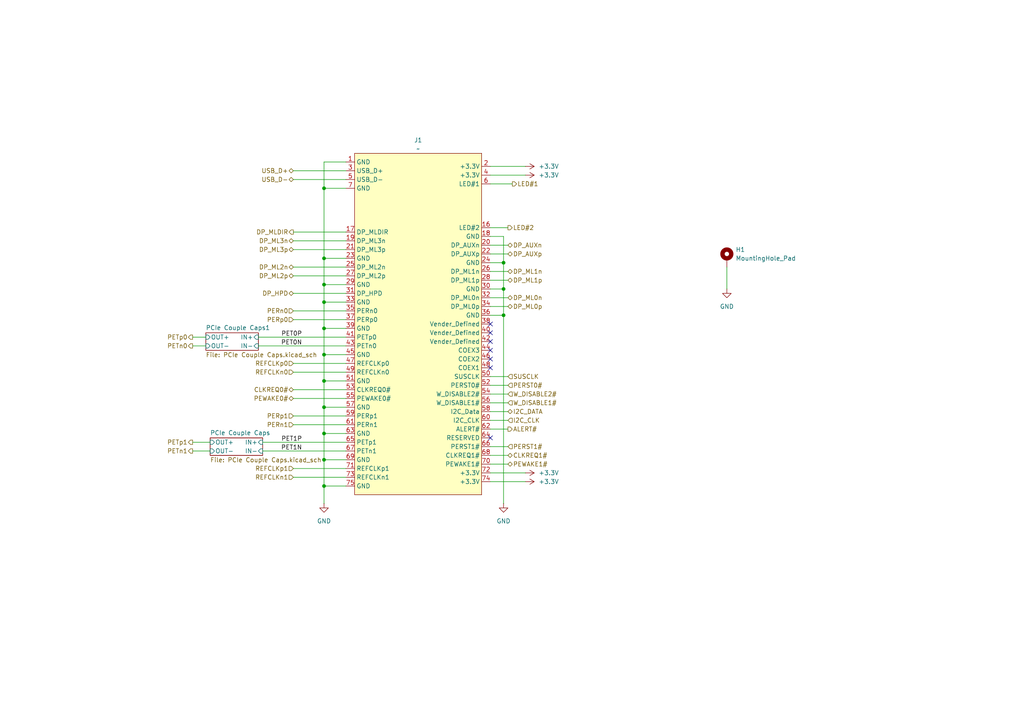
<source format=kicad_sch>
(kicad_sch (version 20250114) (generator "eeschema") (generator_version "9.0")
  (paper "A4")
  (lib_symbols
    (symbol "Mechanical:MountingHole_Pad" (pin_numbers (hide yes)) (pin_names (offset 1.016) (hide yes)) (in_bom no)
      (property "Reference" "H" (at 0 6.35 0))
      (property "Value" "MountingHole_Pad" (at 0 4.445 0))
      (symbol "MountingHole_Pad_0_1"
        (circle (center 0 1.27) (radius 1.27) (stroke (width 1.27)))
      )
      (symbol "MountingHole_Pad_1_1"
        (pin input line (at 0 -2.54 90) (length 2.54) (name "1") (number "1"))
      )
    )
    (symbol "PCIexpress:M.2_A_Key"
      (property "Reference" "J" (at 0 0 0))
      (symbol "M.2_A_Key_0_1"
        (rectangle (start -17.78 -5.08) (end 19.05 -104.14) (fill (type background)))
      )
      (symbol "M.2_A_Key_1_1"
        (pin power_in line (at -20.32 -7.62 0) (length 2.54) (name "GND") (number "1"))
        (pin bidirectional line (at -20.32 -10.16 0) (length 2.54) (name "USB_D+") (number "3"))
        (pin bidirectional line (at -20.32 -12.7 0) (length 2.54) (name "USB_D-") (number "5"))
        (pin power_in line (at -20.32 -15.24 0) (length 2.54) (name "GND") (number "7"))
        (pin output line (at -20.32 -27.94 0) (length 2.54) (name "DP_MLDIR") (number "17"))
        (pin bidirectional line (at -20.32 -30.48 0) (length 2.54) (name "DP_ML3n") (number "19"))
        (pin bidirectional line (at -20.32 -33.02 0) (length 2.54) (name "DP_ML3p") (number "21"))
        (pin power_in line (at -20.32 -35.56 0) (length 2.54) (name "GND") (number "23"))
        (pin bidirectional line (at -20.32 -38.1 0) (length 2.54) (name "DP_ML2n") (number "25"))
        (pin bidirectional line (at -20.32 -40.64 0) (length 2.54) (name "DP_ML2p") (number "27"))
        (pin power_in line (at -20.32 -43.18 0) (length 2.54) (name "GND") (number "29"))
        (pin bidirectional line (at -20.32 -45.72 0) (length 2.54) (name "DP_HPD") (number "31"))
        (pin power_in line (at -20.32 -48.26 0) (length 2.54) (name "GND") (number "33"))
        (pin input line (at -20.32 -50.8 0) (length 2.54) (name "PERn0") (number "35"))
        (pin input line (at -20.32 -53.34 0) (length 2.54) (name "PERp0") (number "37"))
        (pin power_in line (at -20.32 -55.88 0) (length 2.54) (name "GND") (number "39"))
        (pin output line (at -20.32 -58.42 0) (length 2.54) (name "PETp0") (number "41"))
        (pin output line (at -20.32 -60.96 0) (length 2.54) (name "PETn0") (number "43"))
        (pin power_in line (at -20.32 -63.5 0) (length 2.54) (name "GND") (number "45"))
        (pin input line (at -20.32 -66.04 0) (length 2.54) (name "REFCLKp0") (number "47"))
        (pin input line (at -20.32 -68.58 0) (length 2.54) (name "REFCLKn0") (number "49"))
        (pin power_in line (at -20.32 -71.12 0) (length 2.54) (name "GND") (number "51"))
        (pin bidirectional line (at -20.32 -73.66 0) (length 2.54) (name "CLKREQ0#") (number "53"))
        (pin bidirectional line (at -20.32 -76.2 0) (length 2.54) (name "PEWAKE0#") (number "55"))
        (pin power_in line (at -20.32 -78.74 0) (length 2.54) (name "GND") (number "57"))
        (pin input line (at -20.32 -81.28 0) (length 2.54) (name "PERp1") (number "59"))
        (pin input line (at -20.32 -83.82 0) (length 2.54) (name "PERn1") (number "61"))
        (pin power_in line (at -20.32 -86.36 0) (length 2.54) (name "GND") (number "63"))
        (pin output line (at -20.32 -88.9 0) (length 2.54) (name "PETp1") (number "65"))
        (pin output line (at -20.32 -91.44 0) (length 2.54) (name "PETn1") (number "67"))
        (pin passive line (at -20.32 -93.98 0) (length 2.54) (name "GND") (number "69"))
        (pin input line (at -20.32 -96.52 0) (length 2.54) (name "REFCLKp1") (number "71"))
        (pin input line (at -20.32 -99.06 0) (length 2.54) (name "REFCLKn1") (number "73"))
        (pin power_in line (at -20.32 -101.6 0) (length 2.54) (name "GND") (number "75"))
        (pin power_in line (at 21.59 -8.89 180) (length 2.54) (name "+3.3V") (number "2"))
        (pin power_in line (at 21.59 -11.43 180) (length 2.54) (name "+3.3V") (number "4"))
        (pin output line (at 21.59 -13.97 180) (length 2.54) (name "LED#1") (number "6"))
        (pin output line (at 21.59 -26.67 180) (length 2.54) (name "LED#2") (number "16"))
        (pin power_in line (at 21.59 -29.21 180) (length 2.54) (name "GND") (number "18"))
        (pin bidirectional line (at 21.59 -31.75 180) (length 2.54) (name "DP_AUXn") (number "20"))
        (pin bidirectional line (at 21.59 -34.29 180) (length 2.54) (name "DP_AUXp") (number "22"))
        (pin power_in line (at 21.59 -36.83 180) (length 2.54) (name "GND") (number "24"))
        (pin bidirectional line (at 21.59 -39.37 180) (length 2.54) (name "DP_ML1n") (number "26"))
        (pin bidirectional line (at 21.59 -41.91 180) (length 2.54) (name "DP_ML1p") (number "28"))
        (pin power_in line (at 21.59 -44.45 180) (length 2.54) (name "GND") (number "30"))
        (pin bidirectional line (at 21.59 -46.99 180) (length 2.54) (name "DP_ML0n") (number "32"))
        (pin bidirectional line (at 21.59 -49.53 180) (length 2.54) (name "DP_ML0p") (number "34"))
        (pin power_in line (at 21.59 -52.07 180) (length 2.54) (name "GND") (number "36"))
        (pin unspecified line (at 21.59 -54.61 180) (length 2.54) (name "Vender_Defined") (number "38"))
        (pin unspecified line (at 21.59 -57.15 180) (length 2.54) (name "Vender_Defined") (number "40"))
        (pin unspecified line (at 21.59 -59.69 180) (length 2.54) (name "Vender_Defined") (number "42"))
        (pin bidirectional line (at 21.59 -62.23 180) (length 2.54) (name "COEX3") (number "44"))
        (pin bidirectional line (at 21.59 -64.77 180) (length 2.54) (name "COEX2") (number "46"))
        (pin bidirectional line (at 21.59 -67.31 180) (length 2.54) (name "COEX1") (number "48"))
        (pin input line (at 21.59 -69.85 180) (length 2.54) (name "SUSCLK") (number "50"))
        (pin input line (at 21.59 -72.39 180) (length 2.54) (name "PERST0#") (number "52"))
        (pin input line (at 21.59 -74.93 180) (length 2.54) (name "W_DISABLE2#") (number "54"))
        (pin input line (at 21.59 -77.47 180) (length 2.54) (name "W_DISABLE1#") (number "56"))
        (pin bidirectional line (at 21.59 -80.01 180) (length 2.54) (name "I2C_Data") (number "58"))
        (pin input line (at 21.59 -82.55 180) (length 2.54) (name "I2C_CLK") (number "60"))
        (pin output line (at 21.59 -85.09 180) (length 2.54) (name "ALERT#") (number "62"))
        (pin unspecified line (at 21.59 -87.63 180) (length 2.54) (name "RESERVED") (number "64"))
        (pin input line (at 21.59 -90.17 180) (length 2.54) (name "PERST1#") (number "66"))
        (pin bidirectional line (at 21.59 -92.71 180) (length 2.54) (name "CLKREQ1#") (number "68"))
        (pin bidirectional line (at 21.59 -95.25 180) (length 2.54) (name "PEWAKE1#") (number "70"))
        (pin power_in line (at 21.59 -97.79 180) (length 2.54) (name "+3.3V") (number "72"))
        (pin power_in line (at 21.59 -100.33 180) (length 2.54) (name "+3.3V") (number "74"))
      )
    )
    (symbol "power:+3.3V" (power) (pin_numbers (hide yes)) (pin_names (offset 0) (hide yes))
      (property "Value" "+3.3V" (at 0 3.556 0))
      (symbol "+3.3V_0_1"
        (polyline (pts (xy -0.762 1.27) (xy 0 2.54)))
        (polyline (pts (xy 0 2.54) (xy 0.762 1.27)))
        (polyline (pts (xy 0 0) (xy 0 2.54)))
      )
      (symbol "+3.3V_1_1"
        (pin power_in line (at 0 0 90) (length 0) (name "~") (number "1"))
      )
    )
    (symbol "power:GND" (power) (pin_numbers (hide yes)) (pin_names (offset 0) (hide yes))
      (property "Value" "GND" (at 0 -3.81 0))
      (symbol "GND_0_1"
        (polyline (pts (xy 0 0) (xy 0 -1.27) (xy 1.27 -1.27) (xy 0 -2.54) (xy -1.27 -1.27) (xy 0 -1.27)))
      )
      (symbol "GND_1_1"
        (pin power_in line (at 0 0 270) (length 0) (name "~") (number "1"))
      )
    )
  )
  (junction (at 93.98 102.87))
  (junction (at 93.98 110.49))
  (junction (at 146.05 91.44))
  (junction (at 93.98 74.93))
  (junction (at 93.98 87.63))
  (junction (at 146.05 83.82))
  (junction (at 93.98 140.97))
  (junction (at 93.98 54.61))
  (junction (at 93.98 118.11))
  (junction (at 93.98 95.25))
  (junction (at 93.98 125.73))
  (junction (at 93.98 82.55))
  (junction (at 146.05 76.2))
  (junction (at 93.98 133.35))
  (no_connect (at 142.24 101.6))
  (no_connect (at 142.24 127))
  (no_connect (at 142.24 104.14))
  (no_connect (at 142.24 106.68))
  (no_connect (at 142.24 96.52))
  (no_connect (at 142.24 99.06))
  (no_connect (at 142.24 93.98))
  (wire (pts (xy 142.24 86.36) (xy 147.32 86.36)))
  (wire (pts (xy 93.98 118.11) (xy 93.98 125.73)))
  (wire (pts (xy 146.05 83.82) (xy 146.05 91.44)))
  (wire (pts (xy 76.2 128.27) (xy 100.33 128.27)))
  (wire (pts (xy 93.98 133.35) (xy 93.98 140.97)))
  (wire (pts (xy 93.98 110.49) (xy 93.98 118.11)))
  (wire (pts (xy 93.98 54.61) (xy 93.98 74.93)))
  (wire (pts (xy 74.93 100.33) (xy 100.33 100.33)))
  (wire (pts (xy 210.82 77.47) (xy 210.82 83.82)))
  (wire (pts (xy 142.24 48.26) (xy 152.4 48.26)))
  (wire (pts (xy 142.24 71.12) (xy 147.32 71.12)))
  (wire (pts (xy 85.09 120.65) (xy 100.33 120.65)))
  (wire (pts (xy 100.33 140.97) (xy 93.98 140.97)))
  (wire (pts (xy 142.24 111.76) (xy 147.32 111.76)))
  (wire (pts (xy 142.24 66.04) (xy 147.32 66.04)))
  (wire (pts (xy 93.98 102.87) (xy 93.98 110.49)))
  (wire (pts (xy 85.09 90.17) (xy 100.33 90.17)))
  (wire (pts (xy 100.33 46.99) (xy 93.98 46.99)))
  (wire (pts (xy 142.24 119.38) (xy 147.32 119.38)))
  (wire (pts (xy 100.33 82.55) (xy 93.98 82.55)))
  (wire (pts (xy 142.24 76.2) (xy 146.05 76.2)))
  (wire (pts (xy 93.98 74.93) (xy 93.98 82.55)))
  (wire (pts (xy 100.33 74.93) (xy 93.98 74.93)))
  (wire (pts (xy 85.09 49.53) (xy 100.33 49.53)))
  (wire (pts (xy 74.93 97.79) (xy 100.33 97.79)))
  (wire (pts (xy 93.98 46.99) (xy 93.98 54.61)))
  (wire (pts (xy 142.24 68.58) (xy 146.05 68.58)))
  (wire (pts (xy 100.33 110.49) (xy 93.98 110.49)))
  (wire (pts (xy 100.33 118.11) (xy 93.98 118.11)))
  (wire (pts (xy 85.09 52.07) (xy 100.33 52.07)))
  (wire (pts (xy 100.33 125.73) (xy 93.98 125.73)))
  (wire (pts (xy 142.24 91.44) (xy 146.05 91.44)))
  (wire (pts (xy 142.24 81.28) (xy 147.32 81.28)))
  (wire (pts (xy 55.88 100.33) (xy 59.69 100.33)))
  (wire (pts (xy 142.24 121.92) (xy 147.32 121.92)))
  (wire (pts (xy 100.33 54.61) (xy 93.98 54.61)))
  (wire (pts (xy 85.09 80.01) (xy 100.33 80.01)))
  (wire (pts (xy 55.88 128.27) (xy 60.96 128.27)))
  (wire (pts (xy 142.24 114.3) (xy 147.32 114.3)))
  (wire (pts (xy 55.88 97.79) (xy 59.69 97.79)))
  (wire (pts (xy 142.24 53.34) (xy 148.59 53.34)))
  (wire (pts (xy 85.09 77.47) (xy 100.33 77.47)))
  (wire (pts (xy 93.98 82.55) (xy 93.98 87.63)))
  (wire (pts (xy 100.33 87.63) (xy 93.98 87.63)))
  (wire (pts (xy 142.24 132.08) (xy 147.32 132.08)))
  (wire (pts (xy 85.09 92.71) (xy 100.33 92.71)))
  (wire (pts (xy 142.24 78.74) (xy 147.32 78.74)))
  (wire (pts (xy 142.24 83.82) (xy 146.05 83.82)))
  (wire (pts (xy 142.24 124.46) (xy 147.32 124.46)))
  (wire (pts (xy 142.24 50.8) (xy 152.4 50.8)))
  (wire (pts (xy 146.05 91.44) (xy 146.05 146.05)))
  (wire (pts (xy 85.09 105.41) (xy 100.33 105.41)))
  (wire (pts (xy 142.24 109.22) (xy 147.32 109.22)))
  (wire (pts (xy 93.98 87.63) (xy 93.98 95.25)))
  (wire (pts (xy 142.24 134.62) (xy 147.32 134.62)))
  (wire (pts (xy 85.09 113.03) (xy 100.33 113.03)))
  (wire (pts (xy 142.24 137.16) (xy 152.4 137.16)))
  (wire (pts (xy 55.88 130.81) (xy 60.96 130.81)))
  (wire (pts (xy 146.05 76.2) (xy 146.05 83.82)))
  (wire (pts (xy 85.09 67.31) (xy 100.33 67.31)))
  (wire (pts (xy 142.24 73.66) (xy 147.32 73.66)))
  (wire (pts (xy 85.09 69.85) (xy 100.33 69.85)))
  (wire (pts (xy 85.09 85.09) (xy 100.33 85.09)))
  (wire (pts (xy 142.24 116.84) (xy 147.32 116.84)))
  (wire (pts (xy 93.98 95.25) (xy 93.98 102.87)))
  (wire (pts (xy 85.09 115.57) (xy 100.33 115.57)))
  (wire (pts (xy 100.33 102.87) (xy 93.98 102.87)))
  (wire (pts (xy 100.33 133.35) (xy 93.98 133.35)))
  (wire (pts (xy 142.24 139.7) (xy 152.4 139.7)))
  (wire (pts (xy 85.09 135.89) (xy 100.33 135.89)))
  (wire (pts (xy 85.09 138.43) (xy 100.33 138.43)))
  (wire (pts (xy 85.09 123.19) (xy 100.33 123.19)))
  (wire (pts (xy 142.24 129.54) (xy 147.32 129.54)))
  (wire (pts (xy 76.2 130.81) (xy 100.33 130.81)))
  (wire (pts (xy 93.98 125.73) (xy 93.98 133.35)))
  (wire (pts (xy 100.33 95.25) (xy 93.98 95.25)))
  (wire (pts (xy 85.09 72.39) (xy 100.33 72.39)))
  (wire (pts (xy 142.24 88.9) (xy 147.32 88.9)))
  (wire (pts (xy 85.09 107.95) (xy 100.33 107.95)))
  (wire (pts (xy 93.98 140.97) (xy 93.98 146.05)))
  (wire (pts (xy 146.05 68.58) (xy 146.05 76.2)))
  (label "PET0P" (at 87.63 97.79 180))
  (label "PET1N" (at 87.63 130.81 180))
  (label "PET0N" (at 87.63 100.33 180))
  (label "PET1P" (at 87.63 128.27 180))
  (hierarchical_label "USB_D-" (shape bidirectional) (at 85.09 52.07 180))
  (hierarchical_label "LED#2" (shape output) (at 147.32 66.04 0))
  (hierarchical_label "PERST1#" (shape input) (at 147.32 129.54 0))
  (hierarchical_label "DP_AUXn" (shape bidirectional) (at 147.32 71.12 0))
  (hierarchical_label "PEWAKE1#" (shape bidirectional) (at 147.32 134.62 0))
  (hierarchical_label "CLKREQ1#" (shape bidirectional) (at 147.32 132.08 0))
  (hierarchical_label "REFCLKn0" (shape input) (at 85.09 107.95 180))
  (hierarchical_label "PETn1" (shape output) (at 55.88 130.81 180))
  (hierarchical_label "REFCLKn1" (shape input) (at 85.09 138.43 180))
  (hierarchical_label "DP_ML1p" (shape bidirectional) (at 147.32 81.28 0))
  (hierarchical_label "REFCLKp0" (shape input) (at 85.09 105.41 180))
  (hierarchical_label "PERp1" (shape input) (at 85.09 120.65 180))
  (hierarchical_label "SUSCLK" (shape input) (at 147.32 109.22 0))
  (hierarchical_label "USB_D+" (shape bidirectional) (at 85.09 49.53 180))
  (hierarchical_label "DP_ML0p" (shape bidirectional) (at 147.32 88.9 0))
  (hierarchical_label "PEWAKE0#" (shape bidirectional) (at 85.09 115.57 180))
  (hierarchical_label "DP_ML0n" (shape bidirectional) (at 147.32 86.36 0))
  (hierarchical_label "PERn1" (shape input) (at 85.09 123.19 180))
  (hierarchical_label "DP_MLDIR" (shape output) (at 85.09 67.31 180))
  (hierarchical_label "LED#1" (shape output) (at 148.59 53.34 0))
  (hierarchical_label "DP_ML3p" (shape bidirectional) (at 85.09 72.39 180))
  (hierarchical_label "DP_ML3n" (shape bidirectional) (at 85.09 69.85 180))
  (hierarchical_label "DP_ML2p" (shape bidirectional) (at 85.09 80.01 180))
  (hierarchical_label "PERp0" (shape input) (at 85.09 92.71 180))
  (hierarchical_label "W_DISABLE2#" (shape input) (at 147.32 114.3 0))
  (hierarchical_label "PETp1" (shape output) (at 55.88 128.27 180))
  (hierarchical_label "DP_ML1n" (shape bidirectional) (at 147.32 78.74 0))
  (hierarchical_label "PETp0" (shape output) (at 55.88 97.79 180))
  (hierarchical_label "W_DISABLE1#" (shape input) (at 147.32 116.84 0))
  (hierarchical_label "REFCLKp1" (shape input) (at 85.09 135.89 180))
  (hierarchical_label "PERn0" (shape input) (at 85.09 90.17 180))
  (hierarchical_label "I2C_DATA" (shape bidirectional) (at 147.32 119.38 0))
  (hierarchical_label "I2C_CLK" (shape input) (at 147.32 121.92 0))
  (hierarchical_label "ALERT#" (shape output) (at 147.32 124.46 0))
  (hierarchical_label "DP_HPD" (shape bidirectional) (at 85.09 85.09 180))
  (hierarchical_label "PERST0#" (shape input) (at 147.32 111.76 0))
  (hierarchical_label "DP_ML2n" (shape bidirectional) (at 85.09 77.47 180))
  (hierarchical_label "CLKREQ0#" (shape bidirectional) (at 85.09 113.03 180))
  (hierarchical_label "PETn0" (shape output) (at 55.88 100.33 180))
  (hierarchical_label "DP_AUXp" (shape bidirectional) (at 147.32 73.66 0))
  (symbol (lib_id "power:+3.3V") (at 152.4 137.16 270) (unit 1)
    (property "Reference" "#PWR05" (effects (hide yes)))
    (property "Value" "+3.3V" (at 156.21 137.1599 90) (effects (justify left)))
    (property "Description" "Power symbol creates a global label with name \"+3.3V\"" (effects (hide yes)))
  )
  (symbol (lib_id "PCIexpress:M.2_A_Key") (at 120.65 39.37 0) (unit 1)
    (property "Reference" "J1" (at 121.285 40.64 0))
    (property "Value" "~" (at 121.285 43.18 0))
    (property "Footprint" "PCIexpress:M.2 A Key Connector" (effects (hide yes)))
    (property "Note" "Check PCIe M.2 Specification for Pin Alt mode functions. Check your socket pinout for pin functions." (effects (hide yes)))
  )
  (symbol (lib_id "power:GND") (at 93.98 146.05 0) (unit 1)
    (property "Reference" "#PWR01" (effects (hide yes)))
    (property "Value" "GND" (at 93.98 151.13 0))
    (property "Description" "Power symbol creates a global label with name \"GND\" , ground" (effects (hide yes)))
  )
  (symbol (lib_id "power:+3.3V") (at 152.4 50.8 270) (unit 1)
    (property "Reference" "#PWR04" (effects (hide yes)))
    (property "Value" "+3.3V" (at 156.21 50.7999 90) (effects (justify left)))
    (property "Description" "Power symbol creates a global label with name \"+3.3V\"" (effects (hide yes)))
  )
  (symbol (lib_id "power:GND") (at 210.82 83.82 0) (unit 1)
    (property "Reference" "#PWR07" (effects (hide yes)))
    (property "Value" "GND" (at 210.82 88.9 0))
    (property "Description" "Power symbol creates a global label with name \"GND\" , ground" (effects (hide yes)))
  )
  (symbol (lib_id "power:+3.3V") (at 152.4 48.26 270) (unit 1)
    (property "Reference" "#PWR03" (effects (hide yes)))
    (property "Value" "+3.3V" (at 156.21 48.2599 90) (effects (justify left)))
    (property "Description" "Power symbol creates a global label with name \"+3.3V\"" (effects (hide yes)))
  )
  (symbol (lib_id "power:+3.3V") (at 152.4 139.7 270) (unit 1)
    (property "Reference" "#PWR06" (effects (hide yes)))
    (property "Value" "+3.3V" (at 156.21 139.6999 90) (effects (justify left)))
    (property "Description" "Power symbol creates a global label with name \"+3.3V\"" (effects (hide yes)))
  )
  (symbol (lib_id "power:GND") (at 146.05 146.05 0) (unit 1)
    (property "Reference" "#PWR02" (effects (hide yes)))
    (property "Value" "GND" (at 146.05 151.13 0))
    (property "Description" "Power symbol creates a global label with name \"GND\" , ground" (effects (hide yes)))
  )
  (symbol (lib_id "Mechanical:MountingHole_Pad") (at 210.82 74.93 0) (unit 1) (in_bom no)
    (property "Reference" "H1" (at 213.36 72.3899 0) (effects (justify left)))
    (property "Value" "MountingHole_Pad" (at 213.36 74.9299 0) (effects (justify left)))
    (property "Footprint" "PCIexpress:M.2 Mounting Pad" (effects (hide yes)))
    (property "Description" "Mounting Hole with connection" (effects (hide yes)))
  )
  (sheet (at 59.69 96.52) (size 15.24 5.08) (stroke (width 0.1524))
    (property "Sheetname" "PCIe Couple Caps1" (at 59.69 95.8084 0) (effects (justify left bottom)))
    (property "Sheetfile" "PCIe Couple Caps.kicad_sch" (at 59.69 102.1846 0) (effects (justify left top)))
    (pin "OUT-" input (at 59.69 100.33 180))
    (pin "IN+" input (at 74.93 97.79 0))
    (pin "OUT+" input (at 59.69 97.79 180))
    (pin "IN-" input (at 74.93 100.33 0))
  )
  (sheet (at 60.96 127) (size 15.24 5.08) (stroke (width 0.1524))
    (property "Sheetname" "PCIe Couple Caps" (at 60.96 126.2884 0) (effects (justify left bottom)))
    (property "Sheetfile" "PCIe Couple Caps.kicad_sch" (at 60.96 132.6646 0) (effects (justify left top)))
    (pin "OUT-" input (at 60.96 130.81 180))
    (pin "IN+" input (at 76.2 128.27 0))
    (pin "OUT+" input (at 60.96 128.27 180))
    (pin "IN-" input (at 76.2 130.81 0))
  )
)
</source>
